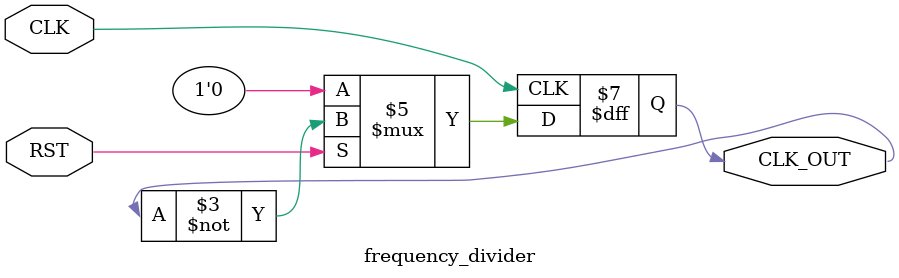
<source format=v>

module frequency_divider( CLK, RST, CLK_OUT );
	output reg CLK_OUT;
	input CLK ;
	input RST;

	always @(posedge CLK) begin
		if (~RST)
			CLK_OUT <= 1'b0;
		else
			CLK_OUT <= ~CLK_OUT;	
		end
endmodule
</source>
